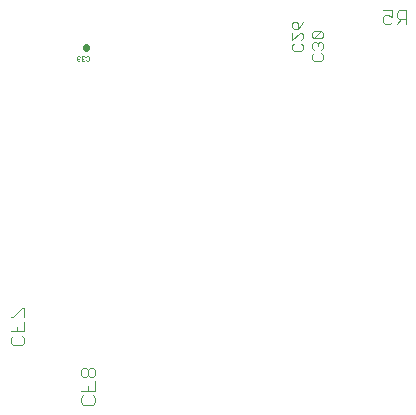
<source format=gbo>
G75*
%MOIN*%
%OFA0B0*%
%FSLAX25Y25*%
%IPPOS*%
%LPD*%
%AMOC8*
5,1,8,0,0,1.08239X$1,22.5*
%
%ADD10C,0.00300*%
%ADD11C,0.02200*%
%ADD12C,0.00100*%
%ADD13C,0.00400*%
D10*
X0232005Y0165455D02*
X0232005Y0166689D01*
X0232622Y0167306D01*
X0232622Y0168521D02*
X0232005Y0169138D01*
X0232005Y0170372D01*
X0232622Y0170989D01*
X0233240Y0170989D01*
X0233857Y0170372D01*
X0233857Y0169755D01*
X0233857Y0170372D02*
X0234474Y0170989D01*
X0235091Y0170989D01*
X0235708Y0170372D01*
X0235708Y0169138D01*
X0235091Y0168521D01*
X0235091Y0167306D02*
X0235708Y0166689D01*
X0235708Y0165455D01*
X0235091Y0164838D01*
X0232622Y0164838D01*
X0232005Y0165455D01*
X0229098Y0168630D02*
X0228481Y0168013D01*
X0226012Y0168013D01*
X0225395Y0168630D01*
X0225395Y0169865D01*
X0226012Y0170482D01*
X0225395Y0171696D02*
X0227864Y0174165D01*
X0228481Y0174165D01*
X0229098Y0173548D01*
X0229098Y0172313D01*
X0228481Y0171696D01*
X0228481Y0170482D02*
X0229098Y0169865D01*
X0229098Y0168630D01*
X0225395Y0171696D02*
X0225395Y0174165D01*
X0226012Y0175379D02*
X0225395Y0175996D01*
X0225395Y0177231D01*
X0226012Y0177848D01*
X0226629Y0177848D01*
X0227246Y0177231D01*
X0227246Y0175379D01*
X0226012Y0175379D01*
X0227246Y0175379D02*
X0228481Y0176614D01*
X0229098Y0177848D01*
X0232622Y0174673D02*
X0232005Y0174055D01*
X0232005Y0172821D01*
X0232622Y0172204D01*
X0235091Y0174673D01*
X0232622Y0174673D01*
X0235091Y0174673D02*
X0235708Y0174055D01*
X0235708Y0172821D01*
X0235091Y0172204D01*
X0232622Y0172204D01*
D11*
X0156800Y0169420D02*
X0156800Y0169180D01*
D12*
X0156919Y0166251D02*
X0156669Y0166001D01*
X0156919Y0166251D02*
X0157420Y0166251D01*
X0157670Y0166001D01*
X0157670Y0165000D01*
X0157420Y0164750D01*
X0156919Y0164750D01*
X0156669Y0165000D01*
X0156197Y0165000D02*
X0155946Y0164750D01*
X0155446Y0164750D01*
X0155196Y0165000D01*
X0155196Y0165250D01*
X0155446Y0165501D01*
X0155696Y0165501D01*
X0155446Y0165501D02*
X0155196Y0165751D01*
X0155196Y0166001D01*
X0155446Y0166251D01*
X0155946Y0166251D01*
X0156197Y0166001D01*
X0154723Y0166001D02*
X0154473Y0166251D01*
X0153973Y0166251D01*
X0153722Y0166001D01*
X0153722Y0165751D01*
X0153973Y0165501D01*
X0153722Y0165250D01*
X0153722Y0165000D01*
X0153973Y0164750D01*
X0154473Y0164750D01*
X0154723Y0165000D01*
X0154223Y0165501D02*
X0153973Y0165501D01*
D13*
X0131500Y0072302D02*
X0131500Y0070767D01*
X0132267Y0070000D01*
X0135337Y0070000D01*
X0136104Y0070767D01*
X0136104Y0072302D01*
X0135337Y0073069D01*
X0136104Y0074604D02*
X0131500Y0074604D01*
X0132267Y0073069D02*
X0131500Y0072302D01*
X0133802Y0074604D02*
X0133802Y0076139D01*
X0136104Y0074604D02*
X0136104Y0077673D01*
X0136104Y0079208D02*
X0136104Y0082277D01*
X0135337Y0082277D01*
X0132267Y0079208D01*
X0131500Y0079208D01*
X0155000Y0061698D02*
X0155000Y0060163D01*
X0155767Y0059396D01*
X0156535Y0059396D01*
X0157302Y0060163D01*
X0157302Y0061698D01*
X0156535Y0062465D01*
X0155767Y0062465D01*
X0155000Y0061698D01*
X0157302Y0061698D02*
X0158069Y0062465D01*
X0158837Y0062465D01*
X0159604Y0061698D01*
X0159604Y0060163D01*
X0158837Y0059396D01*
X0158069Y0059396D01*
X0157302Y0060163D01*
X0159604Y0057861D02*
X0159604Y0054792D01*
X0155000Y0054792D01*
X0155767Y0053257D02*
X0155000Y0052490D01*
X0155000Y0050956D01*
X0155767Y0050188D01*
X0158837Y0050188D01*
X0159604Y0050956D01*
X0159604Y0052490D01*
X0158837Y0053257D01*
X0157302Y0054792D02*
X0157302Y0056327D01*
X0256402Y0177000D02*
X0257937Y0177000D01*
X0258704Y0177767D01*
X0258704Y0179302D02*
X0257169Y0180069D01*
X0256402Y0180069D01*
X0255635Y0179302D01*
X0255635Y0177767D01*
X0256402Y0177000D01*
X0258704Y0179302D02*
X0258704Y0181604D01*
X0255635Y0181604D01*
X0260239Y0180837D02*
X0260239Y0179302D01*
X0261006Y0178535D01*
X0263308Y0178535D01*
X0261773Y0178535D02*
X0260239Y0177000D01*
X0263308Y0177000D02*
X0263308Y0181604D01*
X0261006Y0181604D01*
X0260239Y0180837D01*
M02*

</source>
